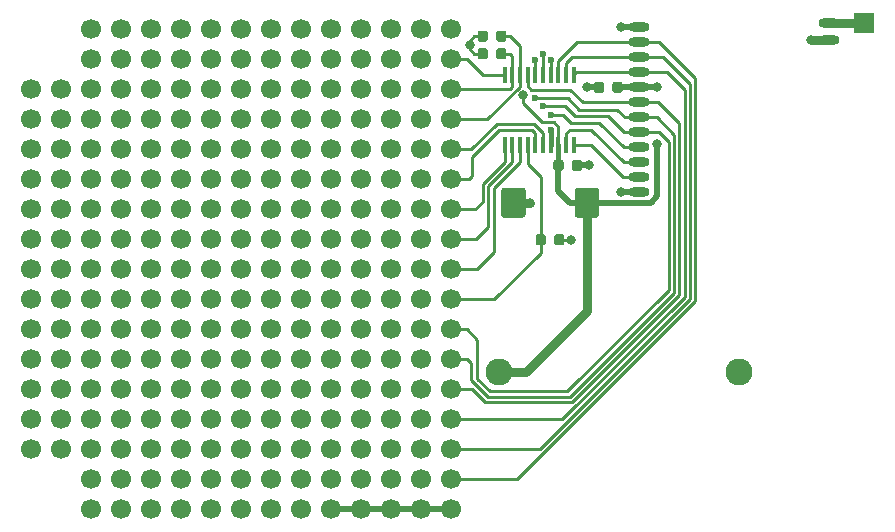
<source format=gbr>
G04 #@! TF.GenerationSoftware,KiCad,Pcbnew,5.1.8-db9833491~87~ubuntu20.04.1*
G04 #@! TF.CreationDate,2020-11-19T11:25:10+01:00*
G04 #@! TF.ProjectId,sally,73616c6c-792e-46b6-9963-61645f706362,v1.0*
G04 #@! TF.SameCoordinates,Original*
G04 #@! TF.FileFunction,Copper,L1,Top*
G04 #@! TF.FilePolarity,Positive*
%FSLAX46Y46*%
G04 Gerber Fmt 4.6, Leading zero omitted, Abs format (unit mm)*
G04 Created by KiCad (PCBNEW 5.1.8-db9833491~87~ubuntu20.04.1) date 2020-11-19 11:25:10*
%MOMM*%
%LPD*%
G01*
G04 APERTURE LIST*
G04 #@! TA.AperFunction,SMDPad,CuDef*
%ADD10R,0.450000X1.450000*%
G04 #@! TD*
G04 #@! TA.AperFunction,ComponentPad*
%ADD11R,1.700000X1.700000*%
G04 #@! TD*
G04 #@! TA.AperFunction,ComponentPad*
%ADD12C,2.286000*%
G04 #@! TD*
G04 #@! TA.AperFunction,SMDPad,CuDef*
%ADD13O,1.800000X0.800000*%
G04 #@! TD*
G04 #@! TA.AperFunction,ComponentPad*
%ADD14C,1.700000*%
G04 #@! TD*
G04 #@! TA.AperFunction,ViaPad*
%ADD15C,0.800000*%
G04 #@! TD*
G04 #@! TA.AperFunction,ViaPad*
%ADD16C,0.600000*%
G04 #@! TD*
G04 #@! TA.AperFunction,Conductor*
%ADD17C,0.250000*%
G04 #@! TD*
G04 #@! TA.AperFunction,Conductor*
%ADD18C,0.500000*%
G04 #@! TD*
G04 #@! TA.AperFunction,Conductor*
%ADD19C,0.750000*%
G04 #@! TD*
G04 #@! TA.AperFunction,Conductor*
%ADD20C,0.450000*%
G04 #@! TD*
G04 APERTURE END LIST*
D10*
X152575000Y-92450000D03*
X153225000Y-92450000D03*
X153875000Y-92450000D03*
X154525000Y-92450000D03*
X155175000Y-92450000D03*
X155825000Y-92450000D03*
X156475000Y-92450000D03*
X157125000Y-92450000D03*
X157775000Y-92450000D03*
X158425000Y-92450000D03*
X158425000Y-86550000D03*
X157775000Y-86550000D03*
X157125000Y-86550000D03*
X156475000Y-86550000D03*
X155825000Y-86550000D03*
X155175000Y-86550000D03*
X154525000Y-86550000D03*
X153875000Y-86550000D03*
X153225000Y-86550000D03*
X152575000Y-86550000D03*
G04 #@! TA.AperFunction,SMDPad,CuDef*
G36*
G01*
X160570000Y-96345000D02*
X160570000Y-98395000D01*
G75*
G02*
X160320000Y-98645000I-250000J0D01*
G01*
X158745000Y-98645000D01*
G75*
G02*
X158495000Y-98395000I0J250000D01*
G01*
X158495000Y-96345000D01*
G75*
G02*
X158745000Y-96095000I250000J0D01*
G01*
X160320000Y-96095000D01*
G75*
G02*
X160570000Y-96345000I0J-250000D01*
G01*
G37*
G04 #@! TD.AperFunction*
G04 #@! TA.AperFunction,SMDPad,CuDef*
G36*
G01*
X154345000Y-96345000D02*
X154345000Y-98395000D01*
G75*
G02*
X154095000Y-98645000I-250000J0D01*
G01*
X152520000Y-98645000D01*
G75*
G02*
X152270000Y-98395000I0J250000D01*
G01*
X152270000Y-96345000D01*
G75*
G02*
X152520000Y-96095000I250000J0D01*
G01*
X154095000Y-96095000D01*
G75*
G02*
X154345000Y-96345000I0J-250000D01*
G01*
G37*
G04 #@! TD.AperFunction*
G04 #@! TA.AperFunction,SMDPad,CuDef*
G36*
G01*
X156685000Y-94456250D02*
X156685000Y-93943750D01*
G75*
G02*
X156903750Y-93725000I218750J0D01*
G01*
X157341250Y-93725000D01*
G75*
G02*
X157560000Y-93943750I0J-218750D01*
G01*
X157560000Y-94456250D01*
G75*
G02*
X157341250Y-94675000I-218750J0D01*
G01*
X156903750Y-94675000D01*
G75*
G02*
X156685000Y-94456250I0J218750D01*
G01*
G37*
G04 #@! TD.AperFunction*
G04 #@! TA.AperFunction,SMDPad,CuDef*
G36*
G01*
X158260000Y-94456250D02*
X158260000Y-93943750D01*
G75*
G02*
X158478750Y-93725000I218750J0D01*
G01*
X158916250Y-93725000D01*
G75*
G02*
X159135000Y-93943750I0J-218750D01*
G01*
X159135000Y-94456250D01*
G75*
G02*
X158916250Y-94675000I-218750J0D01*
G01*
X158478750Y-94675000D01*
G75*
G02*
X158260000Y-94456250I0J218750D01*
G01*
G37*
G04 #@! TD.AperFunction*
G04 #@! TA.AperFunction,SMDPad,CuDef*
G36*
G01*
X161000000Y-87343750D02*
X161000000Y-87856250D01*
G75*
G02*
X160781250Y-88075000I-218750J0D01*
G01*
X160343750Y-88075000D01*
G75*
G02*
X160125000Y-87856250I0J218750D01*
G01*
X160125000Y-87343750D01*
G75*
G02*
X160343750Y-87125000I218750J0D01*
G01*
X160781250Y-87125000D01*
G75*
G02*
X161000000Y-87343750I0J-218750D01*
G01*
G37*
G04 #@! TD.AperFunction*
G04 #@! TA.AperFunction,SMDPad,CuDef*
G36*
G01*
X162575000Y-87343750D02*
X162575000Y-87856250D01*
G75*
G02*
X162356250Y-88075000I-218750J0D01*
G01*
X161918750Y-88075000D01*
G75*
G02*
X161700000Y-87856250I0J218750D01*
G01*
X161700000Y-87343750D01*
G75*
G02*
X161918750Y-87125000I218750J0D01*
G01*
X162356250Y-87125000D01*
G75*
G02*
X162575000Y-87343750I0J-218750D01*
G01*
G37*
G04 #@! TD.AperFunction*
G04 #@! TA.AperFunction,SMDPad,CuDef*
G36*
G01*
X157635000Y-100243750D02*
X157635000Y-100756250D01*
G75*
G02*
X157416250Y-100975000I-218750J0D01*
G01*
X156978750Y-100975000D01*
G75*
G02*
X156760000Y-100756250I0J218750D01*
G01*
X156760000Y-100243750D01*
G75*
G02*
X156978750Y-100025000I218750J0D01*
G01*
X157416250Y-100025000D01*
G75*
G02*
X157635000Y-100243750I0J-218750D01*
G01*
G37*
G04 #@! TD.AperFunction*
G04 #@! TA.AperFunction,SMDPad,CuDef*
G36*
G01*
X156060000Y-100243750D02*
X156060000Y-100756250D01*
G75*
G02*
X155841250Y-100975000I-218750J0D01*
G01*
X155403750Y-100975000D01*
G75*
G02*
X155185000Y-100756250I0J218750D01*
G01*
X155185000Y-100243750D01*
G75*
G02*
X155403750Y-100025000I218750J0D01*
G01*
X155841250Y-100025000D01*
G75*
G02*
X156060000Y-100243750I0J-218750D01*
G01*
G37*
G04 #@! TD.AperFunction*
D11*
X183000000Y-82110000D03*
G04 #@! TA.AperFunction,SMDPad,CuDef*
G36*
G01*
X150275000Y-85006250D02*
X150275000Y-84493750D01*
G75*
G02*
X150493750Y-84275000I218750J0D01*
G01*
X150931250Y-84275000D01*
G75*
G02*
X151150000Y-84493750I0J-218750D01*
G01*
X151150000Y-85006250D01*
G75*
G02*
X150931250Y-85225000I-218750J0D01*
G01*
X150493750Y-85225000D01*
G75*
G02*
X150275000Y-85006250I0J218750D01*
G01*
G37*
G04 #@! TD.AperFunction*
G04 #@! TA.AperFunction,SMDPad,CuDef*
G36*
G01*
X151850000Y-85006250D02*
X151850000Y-84493750D01*
G75*
G02*
X152068750Y-84275000I218750J0D01*
G01*
X152506250Y-84275000D01*
G75*
G02*
X152725000Y-84493750I0J-218750D01*
G01*
X152725000Y-85006250D01*
G75*
G02*
X152506250Y-85225000I-218750J0D01*
G01*
X152068750Y-85225000D01*
G75*
G02*
X151850000Y-85006250I0J218750D01*
G01*
G37*
G04 #@! TD.AperFunction*
G04 #@! TA.AperFunction,SMDPad,CuDef*
G36*
G01*
X151850000Y-83531250D02*
X151850000Y-83018750D01*
G75*
G02*
X152068750Y-82800000I218750J0D01*
G01*
X152506250Y-82800000D01*
G75*
G02*
X152725000Y-83018750I0J-218750D01*
G01*
X152725000Y-83531250D01*
G75*
G02*
X152506250Y-83750000I-218750J0D01*
G01*
X152068750Y-83750000D01*
G75*
G02*
X151850000Y-83531250I0J218750D01*
G01*
G37*
G04 #@! TD.AperFunction*
G04 #@! TA.AperFunction,SMDPad,CuDef*
G36*
G01*
X150275000Y-83531250D02*
X150275000Y-83018750D01*
G75*
G02*
X150493750Y-82800000I218750J0D01*
G01*
X150931250Y-82800000D01*
G75*
G02*
X151150000Y-83018750I0J-218750D01*
G01*
X151150000Y-83531250D01*
G75*
G02*
X150931250Y-83750000I-218750J0D01*
G01*
X150493750Y-83750000D01*
G75*
G02*
X150275000Y-83531250I0J218750D01*
G01*
G37*
G04 #@! TD.AperFunction*
D12*
X172410000Y-111660000D03*
X152090000Y-111660000D03*
D13*
X180050000Y-83610000D03*
X180050000Y-82110000D03*
X163950000Y-96485000D03*
X163950000Y-95215000D03*
X163950000Y-93945000D03*
X163950000Y-92675000D03*
X163950000Y-91405000D03*
X163950000Y-90135000D03*
X163950000Y-88865000D03*
X163950000Y-87595000D03*
X163950000Y-86325000D03*
X163950000Y-85055000D03*
X163950000Y-83785000D03*
X163950000Y-82515000D03*
D14*
X145520000Y-115700000D03*
X145520000Y-118240000D03*
X145520000Y-123320000D03*
X145520000Y-113160000D03*
X145520000Y-120780000D03*
X142980000Y-113160000D03*
X142980000Y-118240000D03*
X142980000Y-115700000D03*
X142980000Y-120780000D03*
X142980000Y-123320000D03*
X140440000Y-113160000D03*
X137900000Y-123320000D03*
X137900000Y-120780000D03*
X140440000Y-118240000D03*
X137900000Y-113160000D03*
X140440000Y-115700000D03*
X137900000Y-118240000D03*
X140440000Y-120780000D03*
X137900000Y-115700000D03*
X140440000Y-123320000D03*
X127740000Y-120780000D03*
X135360000Y-113160000D03*
X127740000Y-115700000D03*
X130280000Y-118240000D03*
X132820000Y-123320000D03*
X130280000Y-113160000D03*
X132820000Y-120780000D03*
X127740000Y-113160000D03*
X135360000Y-118240000D03*
X130280000Y-115700000D03*
X132820000Y-113160000D03*
X127740000Y-123320000D03*
X135360000Y-115700000D03*
X132820000Y-118240000D03*
X135360000Y-120780000D03*
X130280000Y-123320000D03*
X132820000Y-115700000D03*
X130280000Y-120780000D03*
X127740000Y-118240000D03*
X135360000Y-123320000D03*
X117580000Y-113160000D03*
X120120000Y-120780000D03*
X117580000Y-115700000D03*
X112500000Y-113160000D03*
X120120000Y-115700000D03*
X115040000Y-113160000D03*
X122660000Y-118240000D03*
X125200000Y-123320000D03*
X122660000Y-113160000D03*
X125200000Y-120780000D03*
X120120000Y-113160000D03*
X122660000Y-115700000D03*
X125200000Y-113160000D03*
X120120000Y-123320000D03*
X125200000Y-118240000D03*
X122660000Y-123320000D03*
X125200000Y-115700000D03*
X112500000Y-115700000D03*
X122660000Y-120780000D03*
X120120000Y-118240000D03*
X115040000Y-115700000D03*
X148060000Y-123320000D03*
X115040000Y-103000000D03*
X120120000Y-105540000D03*
X120120000Y-87760000D03*
X122660000Y-108080000D03*
X112500000Y-103000000D03*
X122660000Y-90300000D03*
X112500000Y-92840000D03*
X125200000Y-103000000D03*
X120120000Y-95380000D03*
X122660000Y-110620000D03*
X122660000Y-82680000D03*
X125200000Y-105540000D03*
X125200000Y-87760000D03*
X120120000Y-110620000D03*
X125200000Y-100460000D03*
X125200000Y-90300000D03*
X112500000Y-108080000D03*
X117580000Y-108080000D03*
X125200000Y-85220000D03*
X122660000Y-103000000D03*
X115040000Y-105540000D03*
X117580000Y-95380000D03*
X125200000Y-95380000D03*
X125200000Y-97920000D03*
X115040000Y-95380000D03*
X112500000Y-110620000D03*
X120120000Y-100460000D03*
X125200000Y-108080000D03*
X112500000Y-95380000D03*
X120120000Y-92840000D03*
X117580000Y-97920000D03*
X120120000Y-85220000D03*
X120120000Y-97920000D03*
X112500000Y-105540000D03*
X122660000Y-100460000D03*
X125200000Y-110620000D03*
X117580000Y-105540000D03*
X122660000Y-105540000D03*
X122660000Y-97920000D03*
X115040000Y-97920000D03*
X115040000Y-90300000D03*
X125200000Y-92840000D03*
X122660000Y-92840000D03*
X117580000Y-92840000D03*
X115040000Y-100460000D03*
X120120000Y-103000000D03*
X122660000Y-95380000D03*
X115040000Y-110620000D03*
X117580000Y-110620000D03*
X122660000Y-85220000D03*
X120120000Y-90300000D03*
X112500000Y-90300000D03*
X112500000Y-100460000D03*
X117580000Y-103000000D03*
X120120000Y-108080000D03*
X115040000Y-108080000D03*
X115040000Y-92840000D03*
X117580000Y-100460000D03*
X125200000Y-82680000D03*
X122660000Y-87760000D03*
X120120000Y-82680000D03*
X117580000Y-90300000D03*
X112500000Y-97920000D03*
X135360000Y-92840000D03*
X135360000Y-110620000D03*
X127740000Y-105540000D03*
X127740000Y-87760000D03*
X130280000Y-108080000D03*
X135360000Y-97920000D03*
X130280000Y-90300000D03*
X132820000Y-103000000D03*
X127740000Y-95380000D03*
X130280000Y-110620000D03*
X130280000Y-82680000D03*
X135360000Y-108080000D03*
X132820000Y-105540000D03*
X135360000Y-103000000D03*
X132820000Y-87760000D03*
X127740000Y-110620000D03*
X132820000Y-100460000D03*
X132820000Y-90300000D03*
X132820000Y-85220000D03*
X130280000Y-103000000D03*
X132820000Y-95380000D03*
X132820000Y-97920000D03*
X135360000Y-85220000D03*
X135360000Y-105540000D03*
X127740000Y-100460000D03*
X132820000Y-108080000D03*
X127740000Y-92840000D03*
X127740000Y-85220000D03*
X127740000Y-97920000D03*
X130280000Y-100460000D03*
X132820000Y-110620000D03*
X130280000Y-105540000D03*
X130280000Y-97920000D03*
X132820000Y-92840000D03*
X130280000Y-92840000D03*
X127740000Y-103000000D03*
X130280000Y-95380000D03*
X130280000Y-85220000D03*
X135360000Y-95380000D03*
X135360000Y-100460000D03*
X127740000Y-90300000D03*
X127740000Y-108080000D03*
X135360000Y-90300000D03*
X132820000Y-82680000D03*
X130280000Y-87760000D03*
X127740000Y-82680000D03*
X135360000Y-87760000D03*
X135360000Y-82680000D03*
X140440000Y-92840000D03*
X140440000Y-110620000D03*
X140440000Y-97920000D03*
X137900000Y-103000000D03*
X140440000Y-108080000D03*
X137900000Y-105540000D03*
X140440000Y-103000000D03*
X137900000Y-87760000D03*
X137900000Y-100460000D03*
X137900000Y-90300000D03*
X137900000Y-85220000D03*
X137900000Y-95380000D03*
X137900000Y-97920000D03*
X140440000Y-85220000D03*
X140440000Y-105540000D03*
X137900000Y-108080000D03*
X137900000Y-110620000D03*
X137900000Y-92840000D03*
X140440000Y-95380000D03*
X140440000Y-100460000D03*
X140440000Y-90300000D03*
X137900000Y-82680000D03*
X140440000Y-87760000D03*
X140440000Y-82680000D03*
X142980000Y-92840000D03*
X142980000Y-110620000D03*
X142980000Y-97920000D03*
X142980000Y-108080000D03*
X142980000Y-103000000D03*
X142980000Y-85220000D03*
X142980000Y-105540000D03*
X142980000Y-95380000D03*
X142980000Y-100460000D03*
X142980000Y-90300000D03*
X142980000Y-87760000D03*
X142980000Y-82680000D03*
X145520000Y-108080000D03*
X145520000Y-100460000D03*
X145520000Y-110620000D03*
X145520000Y-105540000D03*
X145520000Y-103000000D03*
X145520000Y-97920000D03*
X145520000Y-92840000D03*
X145520000Y-95380000D03*
X145520000Y-90300000D03*
X145520000Y-87760000D03*
X145520000Y-85220000D03*
X145520000Y-82680000D03*
X148060000Y-120780000D03*
X148060000Y-118240000D03*
X148060000Y-115700000D03*
X148060000Y-113160000D03*
X148060000Y-110620000D03*
X148060000Y-108080000D03*
X148060000Y-105540000D03*
X148060000Y-103000000D03*
X148060000Y-100460000D03*
X148060000Y-97920000D03*
X148060000Y-95380000D03*
X148060000Y-92840000D03*
X148060000Y-90300000D03*
X148060000Y-87760000D03*
X148060000Y-85220000D03*
X148060000Y-82680000D03*
X117580000Y-87760000D03*
X117580000Y-82680000D03*
X117580000Y-85220000D03*
X112500000Y-87760000D03*
X115040000Y-87760000D03*
X117580000Y-120780000D03*
X117580000Y-123320000D03*
X115040000Y-118240000D03*
X112500000Y-118240000D03*
X117580000Y-118240000D03*
D15*
X162439999Y-96480000D03*
X154742490Y-97370004D03*
X158230000Y-100490002D03*
D16*
X156480000Y-91220000D03*
D15*
X178550000Y-83609998D03*
X159512000Y-87604600D03*
X162449994Y-82500000D03*
X159750000Y-94200000D03*
D16*
X155175000Y-85300000D03*
X155175000Y-88500000D03*
X155825000Y-84800000D03*
X155825000Y-89200000D03*
X156475000Y-85300000D03*
X156475000Y-89900000D03*
D15*
X165500050Y-87600000D03*
X165500000Y-92424988D03*
X154158387Y-88266918D03*
X149600000Y-84025002D03*
D17*
X163945000Y-96480000D02*
X163950000Y-96485000D01*
D18*
X162439999Y-96480000D02*
X163945000Y-96480000D01*
D17*
X154949992Y-97370004D02*
X154742490Y-97370004D01*
D19*
X153307500Y-97370000D02*
X154742486Y-97370000D01*
D17*
X154742486Y-97370000D02*
X154742490Y-97370004D01*
X154949996Y-97370000D02*
X154949992Y-97370004D01*
X158220002Y-100500000D02*
X158230000Y-100490002D01*
X157197500Y-100500000D02*
X158220002Y-100500000D01*
X156475000Y-91225000D02*
X156480000Y-91220000D01*
D20*
X156475000Y-92450000D02*
X156475000Y-91225000D01*
D19*
X180060000Y-83620000D02*
X180050000Y-83610000D01*
X180049998Y-83609998D02*
X179115685Y-83609998D01*
X179115685Y-83609998D02*
X178550000Y-83609998D01*
X180050000Y-83610000D02*
X180049998Y-83609998D01*
D17*
X159516600Y-87600000D02*
X159512000Y-87604600D01*
D18*
X160562500Y-87600000D02*
X159516600Y-87600000D01*
X163945000Y-82520000D02*
X163950000Y-82515000D01*
X162464994Y-82515000D02*
X162449994Y-82500000D01*
X163950000Y-82515000D02*
X162464994Y-82515000D01*
X158697500Y-94200000D02*
X159750000Y-94200000D01*
D17*
X155620000Y-95204090D02*
X154525000Y-94109090D01*
X155620000Y-101580000D02*
X155620000Y-95204090D01*
X148060000Y-105540000D02*
X151660000Y-105540000D01*
X154525000Y-94109090D02*
X154525000Y-92450000D01*
X151660000Y-105540000D02*
X155620000Y-101580000D01*
X168700051Y-105712002D02*
X153632053Y-120780000D01*
X168700051Y-86810451D02*
X168700051Y-105712002D01*
X149137630Y-120780000D02*
X148060000Y-120780000D01*
X153632053Y-120780000D02*
X149137630Y-120780000D01*
X163950000Y-83785000D02*
X165674600Y-83785000D01*
X165674600Y-83785000D02*
X168700051Y-86810451D01*
X157125000Y-85368800D02*
X157125000Y-86550000D01*
X163950000Y-83785000D02*
X158708800Y-83785000D01*
X158708800Y-83785000D02*
X157125000Y-85368800D01*
X157775000Y-85575000D02*
X157775000Y-86550000D01*
X158295000Y-85055000D02*
X157775000Y-85575000D01*
X163950000Y-85055000D02*
X158295000Y-85055000D01*
X149137630Y-118240000D02*
X148060000Y-118240000D01*
X155535643Y-118240000D02*
X149137630Y-118240000D01*
X168250042Y-105525601D02*
X155535643Y-118240000D01*
X168250042Y-87351042D02*
X168250042Y-105525601D01*
X163950000Y-85055000D02*
X165954000Y-85055000D01*
X165954000Y-85055000D02*
X168250042Y-87351042D01*
X158650000Y-86325000D02*
X158425000Y-86550000D01*
X163950000Y-86325000D02*
X158650000Y-86325000D01*
X167800033Y-105339200D02*
X157439233Y-115700000D01*
X149137630Y-115700000D02*
X148060000Y-115700000D01*
X163950000Y-86325000D02*
X166300000Y-86325000D01*
X167800033Y-87825033D02*
X167800033Y-105339200D01*
X166300000Y-86325000D02*
X167800033Y-87825033D01*
X157439233Y-115700000D02*
X149137630Y-115700000D01*
X154525000Y-87519800D02*
X154525000Y-86550000D01*
X158107800Y-87807800D02*
X154813000Y-87807800D01*
X163950000Y-88865000D02*
X159165000Y-88865000D01*
X154813000Y-87807800D02*
X154525000Y-87519800D01*
X159165000Y-88865000D02*
X158107800Y-87807800D01*
X165565000Y-88865000D02*
X167350022Y-90650022D01*
X163950000Y-88865000D02*
X165565000Y-88865000D01*
X167350022Y-90650022D02*
X167350022Y-105152800D01*
X149835000Y-113160000D02*
X148060000Y-113160000D01*
X167350022Y-105152800D02*
X158262822Y-114240000D01*
X158262822Y-114240000D02*
X150915000Y-114240000D01*
X150915000Y-114240000D02*
X149835000Y-113160000D01*
X155175000Y-86550000D02*
X155175000Y-85300000D01*
X158900000Y-89500000D02*
X157900000Y-88500000D01*
X157900000Y-88500000D02*
X155175000Y-88500000D01*
X162100000Y-89500000D02*
X158900000Y-89500000D01*
X163950000Y-90135000D02*
X162735000Y-90135000D01*
X162735000Y-90135000D02*
X162100000Y-89500000D01*
X149395000Y-110620000D02*
X148060000Y-110620000D01*
X149750000Y-110975000D02*
X149395000Y-110620000D01*
X149750000Y-112393591D02*
X149750000Y-110975000D01*
X165435000Y-90135000D02*
X166900011Y-91600011D01*
X166900011Y-91600011D02*
X166900011Y-104966400D01*
X166900011Y-104966400D02*
X158076422Y-113789989D01*
X158076422Y-113789989D02*
X151146398Y-113789989D01*
X163950000Y-90135000D02*
X165435000Y-90135000D01*
X151146398Y-113789989D02*
X149750000Y-112393591D01*
X155825000Y-86550000D02*
X155825000Y-84800000D01*
X157700000Y-89200000D02*
X155825000Y-89200000D01*
X161300000Y-90000000D02*
X158500000Y-90000000D01*
X163950000Y-91405000D02*
X162705000Y-91405000D01*
X158500000Y-90000000D02*
X157700000Y-89200000D01*
X162705000Y-91405000D02*
X161300000Y-90000000D01*
X149380000Y-108080000D02*
X148060000Y-108080000D01*
X150252800Y-112259978D02*
X150252800Y-108952800D01*
X165603004Y-91405000D02*
X166450000Y-92251996D01*
X163950000Y-91405000D02*
X165603004Y-91405000D01*
X150252800Y-108952800D02*
X149380000Y-108080000D01*
X166450000Y-92251996D02*
X166450000Y-104780000D01*
X166450000Y-104780000D02*
X157890022Y-113339978D01*
X157890022Y-113339978D02*
X151332798Y-113339978D01*
X151332798Y-113339978D02*
X150252800Y-112259978D01*
X156475000Y-86550000D02*
X156475000Y-85300000D01*
X160600000Y-90600000D02*
X162675000Y-92675000D01*
X158200000Y-90600000D02*
X160600000Y-90600000D01*
X162675000Y-92675000D02*
X163950000Y-92675000D01*
X156475000Y-89900000D02*
X157500000Y-89900000D01*
X157500000Y-89900000D02*
X158200000Y-90600000D01*
X157775000Y-91475000D02*
X157775000Y-92450000D01*
X159875000Y-91175000D02*
X158075000Y-91175000D01*
X158075000Y-91175000D02*
X157775000Y-91475000D01*
X163950000Y-93945000D02*
X162645000Y-93945000D01*
X162645000Y-93945000D02*
X159875000Y-91175000D01*
X163950000Y-95215000D02*
X162615000Y-95215000D01*
X159850000Y-92450000D02*
X158425000Y-92450000D01*
X162615000Y-95215000D02*
X159850000Y-92450000D01*
D19*
X180050000Y-82110000D02*
X183000000Y-82110000D01*
D17*
X157125000Y-94197500D02*
X157122500Y-94200000D01*
D20*
X157125000Y-92450000D02*
X157125000Y-94197500D01*
D18*
X157122500Y-96392500D02*
X157122500Y-94775000D01*
X159532500Y-97370000D02*
X158100000Y-97370000D01*
X158100000Y-97370000D02*
X157122500Y-96392500D01*
X157122500Y-94775000D02*
X157122500Y-94200000D01*
X146982370Y-123320000D02*
X145520000Y-123320000D01*
X148060000Y-123320000D02*
X146982370Y-123320000D01*
X144442370Y-123320000D02*
X142980000Y-123320000D01*
X145520000Y-123320000D02*
X144442370Y-123320000D01*
X141902370Y-123320000D02*
X140440000Y-123320000D01*
X142980000Y-123320000D02*
X141902370Y-123320000D01*
X138977630Y-123320000D02*
X140440000Y-123320000D01*
X137900000Y-123320000D02*
X138977630Y-123320000D01*
D17*
X162142500Y-87595000D02*
X162137500Y-87600000D01*
D18*
X163950000Y-87595000D02*
X162142500Y-87595000D01*
X163950000Y-87595000D02*
X165495050Y-87595000D01*
D17*
X165495050Y-87595000D02*
X165500050Y-87600000D01*
D18*
X165500000Y-92990673D02*
X165500000Y-92424988D01*
X165500000Y-96805800D02*
X165500000Y-92990673D01*
X159532500Y-97370000D02*
X164935800Y-97370000D01*
X164935800Y-97370000D02*
X165500000Y-96805800D01*
D17*
X156710003Y-90525001D02*
X155725001Y-90525001D01*
X157125000Y-92450000D02*
X157125000Y-90939998D01*
X157125000Y-90939998D02*
X156710003Y-90525001D01*
X155725001Y-90525001D02*
X154158387Y-88958387D01*
X154158387Y-88958387D02*
X154158387Y-88266918D01*
D19*
X154365000Y-111660000D02*
X152090000Y-111660000D01*
X159532500Y-97370000D02*
X159532500Y-106492500D01*
X159532500Y-106492500D02*
X154365000Y-111660000D01*
D17*
X149600000Y-83675000D02*
X149600000Y-84025002D01*
X150712500Y-83275000D02*
X150000000Y-83275000D01*
X150000000Y-83275000D02*
X149600000Y-83675000D01*
X149600000Y-84350000D02*
X149600000Y-84025002D01*
X150712500Y-84750000D02*
X150000000Y-84750000D01*
X150000000Y-84750000D02*
X149600000Y-84350000D01*
X150700000Y-97300000D02*
X150080000Y-97920000D01*
X152575000Y-92450000D02*
X152575000Y-93925000D01*
X150080000Y-97920000D02*
X148060000Y-97920000D01*
X150700000Y-95800000D02*
X150700000Y-97300000D01*
X152575000Y-93925000D02*
X150700000Y-95800000D01*
X153225000Y-93955000D02*
X153225000Y-92450000D01*
X151200000Y-95980000D02*
X153225000Y-93955000D01*
X151200000Y-99400000D02*
X151200000Y-95980000D01*
X148060000Y-100460000D02*
X150140000Y-100460000D01*
X150140000Y-100460000D02*
X151200000Y-99400000D01*
X153875000Y-93425000D02*
X153875000Y-92450000D01*
X153875000Y-93941410D02*
X153875000Y-93425000D01*
X151700000Y-96116410D02*
X153875000Y-93941410D01*
X151700000Y-101500000D02*
X151700000Y-96116410D01*
X148060000Y-103000000D02*
X150200000Y-103000000D01*
X150200000Y-103000000D02*
X151700000Y-101500000D01*
X149800000Y-93500000D02*
X149800000Y-95100000D01*
X155175000Y-92450000D02*
X155175000Y-91475000D01*
X152100000Y-91200000D02*
X149800000Y-93500000D01*
X149520000Y-95380000D02*
X148060000Y-95380000D01*
X154900000Y-91200000D02*
X152100000Y-91200000D01*
X155175000Y-91475000D02*
X154900000Y-91200000D01*
X149800000Y-95100000D02*
X149520000Y-95380000D01*
X151100000Y-90300000D02*
X149262081Y-90300000D01*
X149262081Y-90300000D02*
X148060000Y-90300000D01*
X153875000Y-87525000D02*
X151100000Y-90300000D01*
X153875000Y-86550000D02*
X153875000Y-87525000D01*
X153050000Y-83275000D02*
X152287500Y-83275000D01*
X153875000Y-86550000D02*
X153875000Y-84100000D01*
X153875000Y-84100000D02*
X153050000Y-83275000D01*
X153225000Y-87525000D02*
X152990000Y-87760000D01*
X149262081Y-87760000D02*
X148060000Y-87760000D01*
X152990000Y-87760000D02*
X149262081Y-87760000D01*
X153225000Y-86550000D02*
X153225000Y-87525000D01*
X153000000Y-84750000D02*
X152287500Y-84750000D01*
X153225000Y-86550000D02*
X153225000Y-84975000D01*
X153225000Y-84975000D02*
X153000000Y-84750000D01*
X148065000Y-85225000D02*
X148060000Y-85220000D01*
X149425000Y-85225000D02*
X148065000Y-85225000D01*
X152575000Y-86550000D02*
X150750000Y-86550000D01*
X150750000Y-86550000D02*
X149425000Y-85225000D01*
X149760000Y-92840000D02*
X148060000Y-92840000D01*
X151900000Y-90700000D02*
X149760000Y-92840000D01*
X155050000Y-90700000D02*
X151900000Y-90700000D01*
X155825000Y-92450000D02*
X155825000Y-91475000D01*
X155825000Y-91475000D02*
X155050000Y-90700000D01*
M02*

</source>
